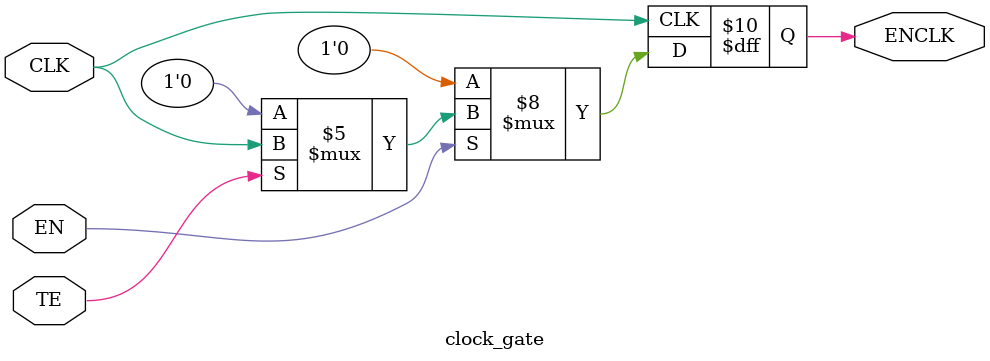
<source format=v>
module clock_gate (
  input CLK,
  input EN,
  input TE,
  output reg ENCLK
);

  always @(posedge CLK) begin
    if (EN == 1'b0) begin
      ENCLK <= 1'b0;
    end else begin
      if (TE == 1'b1) begin
        ENCLK <= CLK;
      end else begin
        ENCLK <= 1'b0;
      end
    end
  end
  
endmodule
</source>
